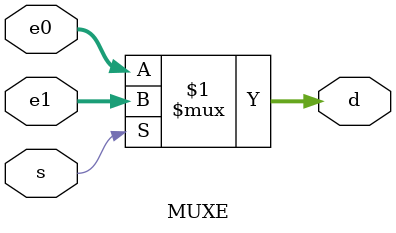
<source format=sv>
module MUXE(input logic [7:0] e0,e1,
			  input logic s,
			  output logic [7:0] d);
			  
	assign d = s ? e1:e0;
	
endmodule

</source>
